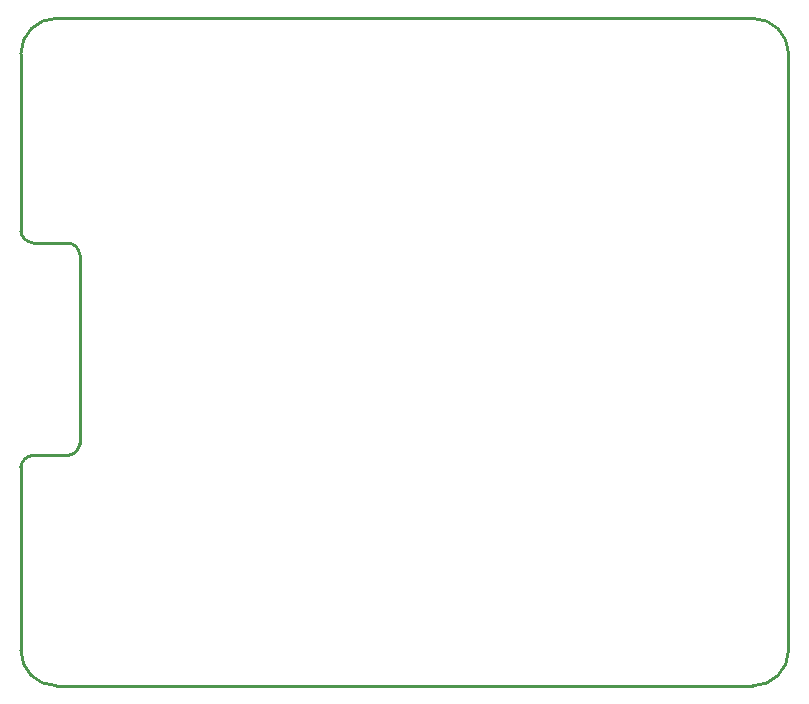
<source format=gko>
G04 Layer: BoardOutline*
G04 EasyEDA v6.4.17, 2021-03-31T14:38:32+03:00*
G04 f909ed13756343b98f462e3577095ce5,760a9ddc15c74e7bbd11e1bda961fd7a,10*
G04 Gerber Generator version 0.2*
G04 Scale: 100 percent, Rotated: No, Reflected: No *
G04 Dimensions in inches *
G04 leading zeros omitted , absolute positions ,3 integer and 6 decimal *
%FSLAX36Y36*%
%MOIN*%

%ADD10C,0.0100*%
D10*
X864997Y2323108D02*
G01*
X3187839Y2323108D01*
X3305945Y2205000D02*
G01*
X3305945Y216810D01*
X786287Y1575111D02*
G01*
X904391Y1575111D01*
X746891Y827046D02*
G01*
X746891Y213933D01*
X746891Y2205007D02*
G01*
X746891Y1614409D01*
X943787Y1535709D02*
G01*
X943787Y905808D01*
X786287Y866412D02*
G01*
X904391Y866412D01*
X3187839Y98701D02*
G01*
X864997Y98701D01*
G75*
G01*
X786260Y866417D02*
G03*
X746890Y827047I4443J-43813D01*
G75*
G01*
X3187835Y2323110D02*
G02*
X3305945Y2205000I0J-118110D01*
G75*
G01*
X3305945Y216811D02*
G02*
X3187835Y98701I-118110J0D01*
G75*
G01*
X865000Y98701D02*
G02*
X746890Y216811I0J118110D01*
G75*
G01*
X746890Y2205000D02*
G02*
X865000Y2323110I118110J0D01*
G75*
G01*
X943742Y1535700D02*
G03*
X904371Y1575070I-43813J-4443D01*
G75*
G01*
X904373Y866420D02*
G03*
X943747Y905790I-4443J43817D01*
G75*
G01*
X746890Y1614449D02*
G03*
X786260Y1575079I43812J4442D01*

%LPD*%
M02*

</source>
